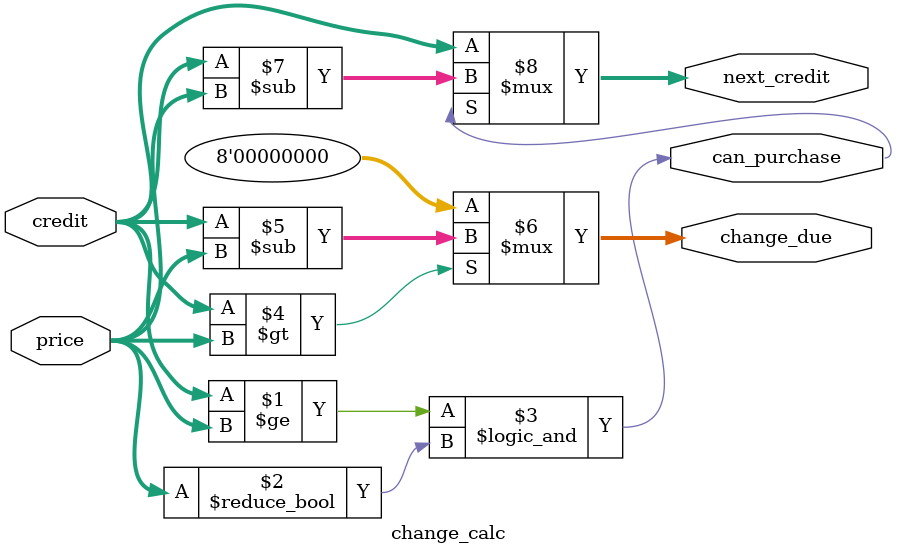
<source format=v>
module change_calc (
    input  wire [7:0] credit,
    input  wire [7:0] price,
    output wire        can_purchase,
    output wire [7:0]  change_due,
    output wire [7:0]  next_credit
);
    assign can_purchase = (credit >= price) && (price != 0);
    assign change_due   = (credit > price) ? (credit - price) : 8'd0;
    assign next_credit  = can_purchase ? (credit - price) : credit;
endmodule

</source>
